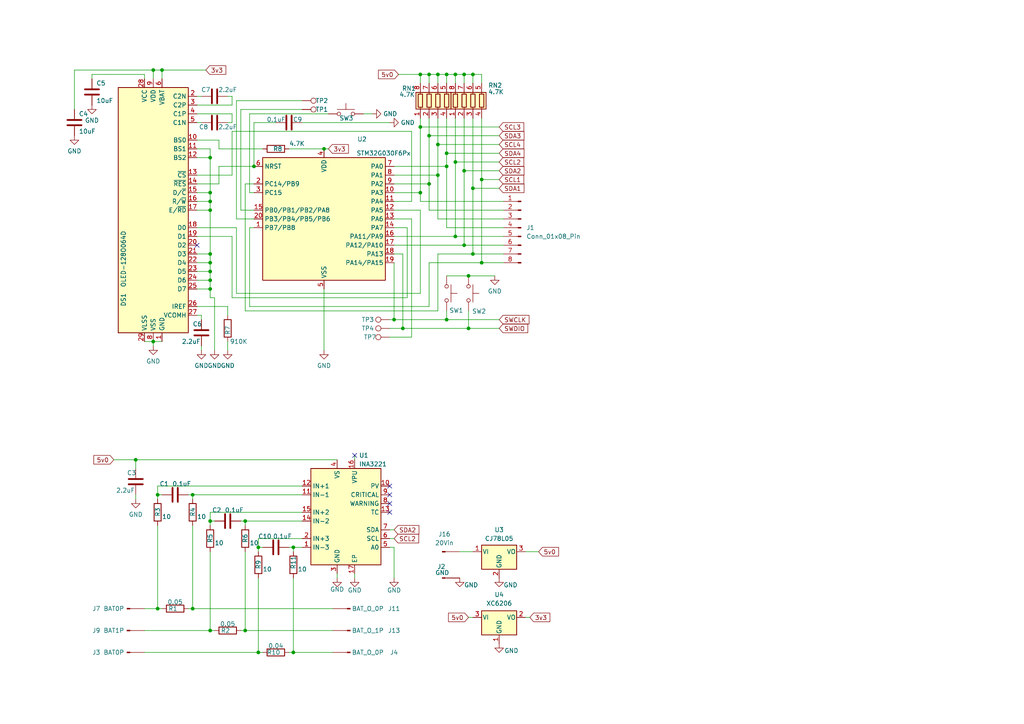
<source format=kicad_sch>
(kicad_sch (version 20240101) (generator "eeschema") (generator_version "8.99")
  (paper "A4")
  (title_block (title "INA3221-MCU") (comment 1 "extboard"))
  (lib_symbols
    (symbol "Conn_01x01_Pin_1" (pin_numbers hide) (pin_names (offset 1.016) hide)
      (property "Reference" "J" (at 0 2.54 0))
      (property "Value" "Conn_01x01_Pin" (at 0 -2.54 0))
      (symbol "Conn_01x01_Pin_1_1_1"
        (polyline (pts (xy 1.27 0) (xy 0.8636 0)) (stroke (width 0.1524)))
        (rectangle (start 0.8636 0.127) (end 0 -0.127) (stroke (width 0.1524)) (fill (type outline)))
        (pin passive line (at 5.08 0 180) (length 3.81) (name "Pin_1") (number "1"))
      )
    )
    (symbol "Conn_01x01_Pin_12" (pin_numbers hide) (pin_names (offset 1.016) hide)
      (property "Reference" "J" (at 0 2.54 0))
      (property "Value" "Conn_01x01_Pin" (at 0 -2.54 0))
      (symbol "Conn_01x01_Pin_12_1_1"
        (polyline (pts (xy 1.27 0) (xy 0.8636 0)) (stroke (width 0.1524)))
        (rectangle (start 0.8636 0.127) (end 0 -0.127) (stroke (width 0.1524)) (fill (type outline)))
        (pin passive line (at 5.08 0 180) (length 3.81) (name "Pin_1") (number "1"))
      )
    )
    (symbol "Conn_01x01_Pin_3" (pin_numbers hide) (pin_names (offset 1.016) hide)
      (property "Reference" "J" (at 0 2.54 0))
      (property "Value" "Conn_01x01_Pin" (at 0 -2.54 0))
      (symbol "Conn_01x01_Pin_3_1_1"
        (polyline (pts (xy 1.27 0) (xy 0.8636 0)) (stroke (width 0.1524)))
        (rectangle (start 0.8636 0.127) (end 0 -0.127) (stroke (width 0.1524)) (fill (type outline)))
        (pin passive line (at 5.08 0 180) (length 3.81) (name "Pin_1") (number "1"))
      )
    )
    (symbol "Conn_01x01_Pin_5" (pin_numbers hide) (pin_names (offset 1.016) hide)
      (property "Reference" "J" (at 0 2.54 0))
      (property "Value" "Conn_01x01_Pin" (at 0 -2.54 0))
      (symbol "Conn_01x01_Pin_5_1_1"
        (polyline (pts (xy 1.27 0) (xy 0.8636 0)) (stroke (width 0.1524)))
        (rectangle (start 0.8636 0.127) (end 0 -0.127) (stroke (width 0.1524)) (fill (type outline)))
        (pin passive line (at 5.08 0 180) (length 3.81) (name "Pin_1") (number "1"))
      )
    )
    (symbol "Conn_01x01_Pin_7" (pin_numbers hide) (pin_names (offset 1.016) hide)
      (property "Reference" "J" (at 0 2.54 0))
      (property "Value" "Conn_01x01_Pin" (at 0 -2.54 0))
      (symbol "Conn_01x01_Pin_7_1_1"
        (polyline (pts (xy 1.27 0) (xy 0.8636 0)) (stroke (width 0.1524)))
        (rectangle (start 0.8636 0.127) (end 0 -0.127) (stroke (width 0.1524)) (fill (type outline)))
        (pin passive line (at 5.08 0 180) (length 3.81) (name "Pin_1") (number "1"))
      )
    )
    (symbol "Connector:Conn_01x08_Pin" (pin_names (offset 1.016) hide)
      (property "Reference" "J" (at 0 10.16 0))
      (property "Value" "Conn_01x08_Pin" (at 0 -12.7 0))
      (symbol "Conn_01x08_Pin_1_1"
        (polyline (pts (xy 1.27 -10.16) (xy 0.8636 -10.16)) (stroke (width 0.1524)))
        (polyline (pts (xy 1.27 -7.62) (xy 0.8636 -7.62)) (stroke (width 0.1524)))
        (polyline (pts (xy 1.27 -5.08) (xy 0.8636 -5.08)) (stroke (width 0.1524)))
        (polyline (pts (xy 1.27 -2.54) (xy 0.8636 -2.54)) (stroke (width 0.1524)))
        (polyline (pts (xy 1.27 0) (xy 0.8636 0)) (stroke (width 0.1524)))
        (polyline (pts (xy 1.27 2.54) (xy 0.8636 2.54)) (stroke (width 0.1524)))
        (polyline (pts (xy 1.27 5.08) (xy 0.8636 5.08)) (stroke (width 0.1524)))
        (polyline (pts (xy 1.27 7.62) (xy 0.8636 7.62)) (stroke (width 0.1524)))
        (rectangle (start 0.8636 -10.033) (end 0 -10.287) (stroke (width 0.1524)) (fill (type outline)))
        (rectangle (start 0.8636 -7.493) (end 0 -7.747) (stroke (width 0.1524)) (fill (type outline)))
        (rectangle (start 0.8636 -4.953) (end 0 -5.207) (stroke (width 0.1524)) (fill (type outline)))
        (rectangle (start 0.8636 -2.413) (end 0 -2.667) (stroke (width 0.1524)) (fill (type outline)))
        (rectangle (start 0.8636 0.127) (end 0 -0.127) (stroke (width 0.1524)) (fill (type outline)))
        (rectangle (start 0.8636 2.667) (end 0 2.413) (stroke (width 0.1524)) (fill (type outline)))
        (rectangle (start 0.8636 5.207) (end 0 4.953) (stroke (width 0.1524)) (fill (type outline)))
        (rectangle (start 0.8636 7.747) (end 0 7.493) (stroke (width 0.1524)) (fill (type outline)))
        (pin passive line (at 5.08 7.62 180) (length 3.81) (name "Pin_1") (number "1"))
        (pin passive line (at 5.08 5.08 180) (length 3.81) (name "Pin_2") (number "2"))
        (pin passive line (at 5.08 2.54 180) (length 3.81) (name "Pin_3") (number "3"))
        (pin passive line (at 5.08 0 180) (length 3.81) (name "Pin_4") (number "4"))
        (pin passive line (at 5.08 -2.54 180) (length 3.81) (name "Pin_5") (number "5"))
        (pin passive line (at 5.08 -5.08 180) (length 3.81) (name "Pin_6") (number "6"))
        (pin passive line (at 5.08 -7.62 180) (length 3.81) (name "Pin_7") (number "7"))
        (pin passive line (at 5.08 -10.16 180) (length 3.81) (name "Pin_8") (number "8"))
      )
    )
    (symbol "Connector:TestPoint" (pin_numbers hide) (pin_names (offset 0.762) hide)
      (property "Reference" "TP" (at 0 6.858 0))
      (property "Value" "TestPoint" (at 0 5.08 0))
      (symbol "TestPoint_0_1"
        (circle (center 0 3.302) (radius 0.762))
      )
      (symbol "TestPoint_1_1"
        (pin passive line (at 0 0 90) (length 2.54) (name "1") (number "1"))
      )
    )
    (symbol "Device:C" (pin_numbers hide) (pin_names (offset 0.254))
      (property "Reference" "C" (at 0.635 2.54 0))
      (property "Value" "C" (at 0.635 -2.54 0))
      (symbol "C_0_1"
        (polyline (pts (xy -2.032 -0.762) (xy 2.032 -0.762)) (stroke (width 0.508)))
        (polyline (pts (xy -2.032 0.762) (xy 2.032 0.762)) (stroke (width 0.508)))
      )
      (symbol "C_1_1"
        (pin passive line (at 0 3.81 270) (length 2.794) (name "~") (number "1"))
        (pin passive line (at 0 -3.81 90) (length 2.794) (name "~") (number "2"))
      )
    )
    (symbol "Device:R" (pin_numbers hide) (pin_names (offset 0))
      (property "Reference" "R" (at 2.032 0 90))
      (property "Value" "R" (at 0 0 90))
      (symbol "R_0_1"
        (rectangle (start -1.016 -2.54) (end 1.016 2.54) (stroke (width 0.254)))
      )
      (symbol "R_1_1"
        (pin passive line (at 0 3.81 270) (length 1.27) (name "~") (number "1"))
        (pin passive line (at 0 -3.81 90) (length 1.27) (name "~") (number "2"))
      )
    )
    (symbol "Device:R_Pack04" (pin_names (offset 0) hide)
      (property "Reference" "RN" (at -7.62 0 90))
      (property "Value" "R_Pack04" (at 5.08 0 90))
      (symbol "R_Pack04_0_1"
        (rectangle (start -6.35 -2.413) (end 3.81 2.413) (stroke (width 0.254)) (fill (type background)))
        (rectangle (start -5.715 1.905) (end -4.445 -1.905) (stroke (width 0.254)))
        (rectangle (start -3.175 1.905) (end -1.905 -1.905) (stroke (width 0.254)))
        (rectangle (start -0.635 1.905) (end 0.635 -1.905) (stroke (width 0.254)))
        (polyline (pts (xy -5.08 -2.54) (xy -5.08 -1.905)))
        (polyline (pts (xy -5.08 1.905) (xy -5.08 2.54)))
        (polyline (pts (xy -2.54 -2.54) (xy -2.54 -1.905)))
        (polyline (pts (xy -2.54 1.905) (xy -2.54 2.54)))
        (polyline (pts (xy 0 -2.54) (xy 0 -1.905)))
        (polyline (pts (xy 0 1.905) (xy 0 2.54)))
        (polyline (pts (xy 2.54 -2.54) (xy 2.54 -1.905)))
        (polyline (pts (xy 2.54 1.905) (xy 2.54 2.54)))
        (rectangle (start 1.905 1.905) (end 3.175 -1.905) (stroke (width 0.254)))
      )
      (symbol "R_Pack04_1_1"
        (pin passive line (at -5.08 -5.08 90) (length 2.54) (name "R1.1") (number "1"))
        (pin passive line (at -2.54 -5.08 90) (length 2.54) (name "R2.1") (number "2"))
        (pin passive line (at 0 -5.08 90) (length 2.54) (name "R3.1") (number "3"))
        (pin passive line (at 2.54 -5.08 90) (length 2.54) (name "R4.1") (number "4"))
        (pin passive line (at 2.54 5.08 270) (length 2.54) (name "R4.2") (number "5"))
        (pin passive line (at 0 5.08 270) (length 2.54) (name "R3.2") (number "6"))
        (pin passive line (at -2.54 5.08 270) (length 2.54) (name "R2.2") (number "7"))
        (pin passive line (at -5.08 5.08 270) (length 2.54) (name "R1.2") (number "8"))
      )
    )
    (symbol "Display_Graphic:OLED-128O064D"
      (property "Reference" "DS" (at -10.16 38.1 0))
      (property "Value" "OLED-128O064D" (at 12.7 38.1 0))
      (symbol "OLED-128O064D_0_1"
        (rectangle (start -10.16 35.56) (end 10.16 -35.56) (stroke (width 0.254)) (fill (type background)))
      )
      (symbol "OLED-128O064D_1_1"
        (pin power_in line (at -2.54 -38.1 90) (length 2.54) (name "GND") (number "1"))
        (pin input line (at -12.7 20.32 0) (length 2.54) (name "BS0") (number "10"))
        (pin input line (at -12.7 17.78 0) (length 2.54) (name "BS1") (number "11"))
        (pin input line (at -12.7 15.24 0) (length 2.54) (name "BS2") (number "12"))
        (pin input line (at -12.7 10.16 0) (length 2.54) (name "~{CS}") (number "13"))
        (pin input line (at -12.7 7.62 0) (length 2.54) (name "~{RES}") (number "14"))
        (pin input line (at -12.7 5.08 0) (length 2.54) (name "D/~{C}") (number "15"))
        (pin input line (at -12.7 2.54 0) (length 2.54) (name "R/~{W}") (number "16"))
        (pin input line (at -12.7 0 0) (length 2.54) (name "E/~{RD}") (number "17"))
        (pin bidirectional line (at -12.7 -5.08 0) (length 2.54) (name "D0") (number "18"))
        (pin bidirectional line (at -12.7 -7.62 0) (length 2.54) (name "D1") (number "19"))
        (pin passive line (at -12.7 33.02 0) (length 2.54) (name "C2N") (number "2"))
        (pin bidirectional line (at -12.7 -10.16 0) (length 2.54) (name "D2") (number "20"))
        (pin bidirectional line (at -12.7 -12.7 0) (length 2.54) (name "D3") (number "21"))
        (pin bidirectional line (at -12.7 -15.24 0) (length 2.54) (name "D4") (number "22"))
        (pin bidirectional line (at -12.7 -17.78 0) (length 2.54) (name "D5") (number "23"))
        (pin bidirectional line (at -12.7 -20.32 0) (length 2.54) (name "D6") (number "24"))
        (pin bidirectional line (at -12.7 -22.86 0) (length 2.54) (name "D7") (number "25"))
        (pin passive line (at -12.7 -27.94 0) (length 2.54) (name "IREF") (number "26"))
        (pin passive line (at -12.7 -30.48 0) (length 2.54) (name "VCOMH") (number "27"))
        (pin power_in line (at 2.54 38.1 270) (length 2.54) (name "VCC") (number "28"))
        (pin power_in line (at 2.54 -38.1 90) (length 2.54) (name "VLSS") (number "29"))
        (pin passive line (at -12.7 30.48 0) (length 2.54) (name "C2P") (number "3"))
        (pin passive line (at -2.54 -38.1 90) (length 2.54) hide (name "GND") (number "30"))
        (pin passive line (at -12.7 27.94 0) (length 2.54) (name "C1P") (number "4"))
        (pin passive line (at -12.7 25.4 0) (length 2.54) (name "C1N") (number "5"))
        (pin power_in line (at -2.54 38.1 270) (length 2.54) (name "VBAT") (number "6"))
        (pin no_connect line (at 10.16 0 180) (length 2.54) hide (name "NC") (number "7"))
        (pin power_in line (at 0 -38.1 90) (length 2.54) (name "VSS") (number "8"))
        (pin power_in line (at 0 38.1 270) (length 2.54) (name "VDD") (number "9"))
      )
    )
    (symbol "MCU_ST_STM32G0:STM32G030F6Px"
      (property "Reference" "U" (at -17.78 19.05 0))
      (property "Value" "STM32G030F6Px" (at 2.54 19.05 0))
      (symbol "STM32G030F6Px_0_1"
        (rectangle (start -17.78 -17.78) (end 17.78 17.78) (stroke (width 0.254)) (fill (type background)))
      )
      (symbol "STM32G030F6Px_1_1"
        (pin bidirectional line (at -20.32 -2.54 0) (length 2.54) (name "PB7/PB8") (number "1"))
        (pin bidirectional line (at 20.32 7.62 180) (length 2.54) (name "PA3") (number "10"))
        (pin bidirectional line (at 20.32 5.08 180) (length 2.54) (name "PA4") (number "11"))
        (pin bidirectional line (at 20.32 2.54 180) (length 2.54) (name "PA5") (number "12"))
        (pin bidirectional line (at 20.32 0 180) (length 2.54) (name "PA6") (number "13"))
        (pin bidirectional line (at 20.32 -2.54 180) (length 2.54) (name "PA7") (number "14"))
        (pin bidirectional line (at -20.32 2.54 0) (length 2.54) (name "PB0/PB1/PB2/PA8") (number "15"))
        (pin bidirectional line (at 20.32 -5.08 180) (length 2.54) (name "PA11/PA9") (number "16"))
        (pin bidirectional line (at 20.32 -7.62 180) (length 2.54) (name "PA12/PA10") (number "17"))
        (pin bidirectional line (at 20.32 -10.16 180) (length 2.54) (name "PA13") (number "18"))
        (pin bidirectional line (at 20.32 -12.7 180) (length 2.54) (name "PA14/PA15") (number "19"))
        (pin bidirectional line (at -20.32 10.16 0) (length 2.54) (name "PC14/PB9") (number "2"))
        (pin bidirectional line (at -20.32 0 0) (length 2.54) (name "PB3/PB4/PB5/PB6") (number "20"))
        (pin bidirectional line (at -20.32 7.62 0) (length 2.54) (name "PC15") (number "3"))
        (pin power_in line (at 0 20.32 270) (length 2.54) (name "VDD") (number "4"))
        (pin power_in line (at 0 -20.32 90) (length 2.54) (name "VSS") (number "5"))
        (pin input line (at -20.32 15.24 0) (length 2.54) (name "NRST") (number "6"))
        (pin bidirectional line (at 20.32 15.24 180) (length 2.54) (name "PA0") (number "7"))
        (pin bidirectional line (at 20.32 12.7 180) (length 2.54) (name "PA1") (number "8"))
        (pin bidirectional line (at 20.32 10.16 180) (length 2.54) (name "PA2") (number "9"))
      )
    )
    (symbol "Power_Management:INA3221"
      (property "Reference" "U" (at -10.16 17.78 0))
      (property "Value" "INA3221" (at 5.08 17.78 0))
      (symbol "INA3221_0_1"
        (rectangle (start 10.16 -12.7) (end -10.16 15.24) (stroke (width 0.254)) (fill (type background)))
      )
      (symbol "INA3221_1_1"
        (pin input line (at -12.7 -7.62 0) (length 2.54) (name "IN-3") (number "1"))
        (pin open_collector line (at 12.7 10.16 180) (length 2.54) (name "PV") (number "10"))
        (pin input line (at -12.7 7.62 0) (length 2.54) (name "IN-1") (number "11"))
        (pin input line (at -12.7 10.16 0) (length 2.54) (name "IN+1") (number "12"))
        (pin open_collector line (at 12.7 2.54 180) (length 2.54) (name "TC") (number "13"))
        (pin input line (at -12.7 0 0) (length 2.54) (name "IN-2") (number "14"))
        (pin input line (at -12.7 2.54 0) (length 2.54) (name "IN+2") (number "15"))
        (pin power_in line (at 2.54 17.78 270) (length 2.54) (name "VPU") (number "16"))
        (pin passive line (at 2.54 -15.24 90) (length 2.54) (name "EP") (number "17"))
        (pin input line (at -12.7 -5.08 0) (length 2.54) (name "IN+3") (number "2"))
        (pin power_in line (at -2.54 -15.24 90) (length 2.54) (name "GND") (number "3"))
        (pin power_in line (at -2.54 17.78 270) (length 2.54) (name "VS") (number "4"))
        (pin input line (at 12.7 -7.62 180) (length 2.54) (name "A0") (number "5"))
        (pin input line (at 12.7 -5.08 180) (length 2.54) (name "SCL") (number "6"))
        (pin bidirectional line (at 12.7 -2.54 180) (length 2.54) (name "SDA") (number "7"))
        (pin open_collector line (at 12.7 5.08 180) (length 2.54) (name "WARNING") (number "8"))
        (pin open_collector line (at 12.7 7.62 180) (length 2.54) (name "CRITICAL") (number "9"))
      )
    )
    (symbol "Regulator_Linear:AZ1117-3.3" (pin_names (offset 0.254))
      (property "Reference" "U" (at -3.81 3.175 0))
      (property "Value" "AZ1117-3.3" (at 0 3.175 0))
      (symbol "AZ1117-3.3_0_1"
        (rectangle (start -5.08 1.905) (end 5.08 -5.08) (stroke (width 0.254)) (fill (type background)))
      )
      (symbol "AZ1117-3.3_1_1"
        (pin power_in line (at 0 -7.62 90) (length 2.54) (name "GND") (number "1"))
        (pin power_out line (at 7.62 0 180) (length 2.54) (name "VO") (number "2"))
        (pin power_in line (at -7.62 0 0) (length 2.54) (name "VI") (number "3"))
      )
    )
    (symbol "Regulator_Linear:KA78M05_TO252" (pin_names (offset 0.254))
      (property "Reference" "U" (at -3.81 3.175 0))
      (property "Value" "KA78M05_TO252" (at 0 3.175 0))
      (symbol "KA78M05_TO252_0_1"
        (rectangle (start -5.08 1.905) (end 5.08 -5.08) (stroke (width 0.254)) (fill (type background)))
      )
      (symbol "KA78M05_TO252_1_1"
        (pin power_in line (at -7.62 0 0) (length 2.54) (name "VI") (number "1"))
        (pin power_in line (at 0 -7.62 90) (length 2.54) (name "GND") (number "2"))
        (pin power_out line (at 7.62 0 180) (length 2.54) (name "VO") (number "3"))
      )
    )
    (symbol "Switch:SW_Push" (pin_numbers hide) (pin_names (offset 1.016) hide)
      (property "Reference" "SW" (at 1.27 2.54 0))
      (property "Value" "SW_Push" (at 0 -1.524 0))
      (symbol "SW_Push_0_1"
        (circle (center -2.032 0) (radius 0.508))
        (polyline (pts (xy 0 1.27) (xy 0 3.048)))
        (polyline (pts (xy 2.54 1.27) (xy -2.54 1.27)))
        (circle (center 2.032 0) (radius 0.508))
        (pin passive line (at -5.08 0 0) (length 2.54) (name "1") (number "1"))
        (pin passive line (at 5.08 0 180) (length 2.54) (name "2") (number "2"))
      )
    )
    (symbol "power:GND" (power) (pin_names (offset 0))
      (property "Value" "GND" (at 0 -3.81 0))
      (symbol "GND_0_1"
        (polyline (pts (xy 0 0) (xy 0 -1.27) (xy 1.27 -1.27) (xy 0 -2.54) (xy -1.27 -1.27) (xy 0 -1.27)))
      )
      (symbol "GND_1_1"
        (pin power_in line (at 0 0 270) (length 0) hide (name "GND") (number "1"))
      )
    )
  )
  (junction (at 55.88 176.53))
  (junction (at 60.96 55.88))
  (junction (at 44.45 20.32))
  (junction (at 134.62 49.53))
  (junction (at 132.08 46.99))
  (junction (at 134.62 21.59))
  (junction (at 129.54 21.59))
  (junction (at 114.3 92.71))
  (junction (at 45.72 176.53))
  (junction (at 124.46 53.34))
  (junction (at 137.16 73.66))
  (junction (at 121.92 55.88))
  (junction (at 134.62 71.12))
  (junction (at 132.08 21.59))
  (junction (at 85.09 189.23))
  (junction (at 137.16 21.59))
  (junction (at 60.96 73.66))
  (junction (at 60.96 60.96))
  (junction (at 127 41.91))
  (junction (at 129.54 92.71))
  (junction (at 139.7 52.07))
  (junction (at 39.37 133.35))
  (junction (at 135.89 95.25))
  (junction (at 129.54 48.26))
  (junction (at 124.46 39.37))
  (junction (at 74.93 189.23))
  (junction (at 124.46 21.59))
  (junction (at 60.96 182.88))
  (junction (at 93.98 43.18))
  (junction (at 60.96 76.2))
  (junction (at 121.92 21.59))
  (junction (at 60.96 58.42))
  (junction (at 55.88 143.51))
  (junction (at 137.16 54.61))
  (junction (at 85.09 158.75))
  (junction (at 127 50.8))
  (junction (at 139.7 76.2))
  (junction (at 60.96 151.13))
  (junction (at 60.96 81.28))
  (junction (at 121.92 36.83))
  (junction (at 46.99 20.32))
  (junction (at 44.45 99.06))
  (junction (at 73.66 48.26))
  (junction (at 71.12 182.88))
  (junction (at 132.08 68.58))
  (junction (at 129.54 44.45))
  (junction (at 45.72 143.51))
  (junction (at 135.89 80.01))
  (junction (at 127 21.59))
  (junction (at 71.12 151.13))
  (junction (at 60.96 78.74))
  (junction (at 60.96 83.82))
  (junction (at 116.84 95.25))
  (junction (at 74.93 158.75))
  (junction (at 60.96 45.72))
  (no_connect (at 113.03 140.97))
  (no_connect (at 57.15 71.12))
  (no_connect (at 102.87 132.08))
  (no_connect (at 113.03 148.59))
  (no_connect (at 113.03 143.51))
  (no_connect (at 113.03 146.05))
  (wire (pts (xy 139.7 52.07) (xy 144.78 52.07)))
  (wire (pts (xy 60.96 81.28) (xy 60.96 83.82)))
  (wire (pts (xy 127 90.17) (xy 71.12 90.17)))
  (wire (pts (xy 116.84 95.25) (xy 135.89 95.25)))
  (wire (pts (xy 139.7 52.07) (xy 139.7 76.2)))
  (wire (pts (xy 60.96 151.13) (xy 60.96 148.59)))
  (wire (pts (xy 121.92 21.59) (xy 124.46 21.59)))
  (wire (pts (xy 71.12 53.34) (xy 73.66 53.34)))
  (wire (pts (xy 132.08 21.59) (xy 132.08 24.13)))
  (wire (pts (xy 127 41.91) (xy 144.78 41.91)))
  (wire (pts (xy 133.35 160.02) (xy 137.16 160.02)))
  (wire (pts (xy 69.85 182.88) (xy 71.12 182.88)))
  (wire (pts (xy 26.67 21.59) (xy 41.91 21.59)))
  (wire (pts (xy 134.62 34.29) (xy 134.62 49.53)))
  (wire (pts (xy 41.91 176.53) (xy 45.72 176.53)))
  (wire (pts (xy 71.12 182.88) (xy 96.52 182.88)))
  (wire (pts (xy 129.54 44.45) (xy 144.78 44.45)))
  (wire (pts (xy 39.37 143.51) (xy 39.37 144.78)))
  (wire (pts (xy 127 50.8) (xy 127 41.91)))
  (wire (pts (xy 41.91 189.23) (xy 74.93 189.23)))
  (wire (pts (xy 60.96 151.13) (xy 62.23 151.13)))
  (wire (pts (xy 71.12 151.13) (xy 87.63 151.13)))
  (wire (pts (xy 105.41 33.02) (xy 107.95 33.02)))
  (wire (pts (xy 134.62 49.53) (xy 134.62 71.12)))
  (wire (pts (xy 129.54 34.29) (xy 129.54 44.45)))
  (wire (pts (xy 119.38 63.5) (xy 114.3 63.5)))
  (wire (pts (xy 54.61 143.51) (xy 55.88 143.51)))
  (wire (pts (xy 57.15 27.94) (xy 58.42 27.94)))
  (wire (pts (xy 33.02 133.35) (xy 39.37 133.35)))
  (wire (pts (xy 135.89 90.17) (xy 135.89 95.25)))
  (wire (pts (xy 127 21.59) (xy 127 24.13)))
  (wire (pts (xy 60.96 78.74) (xy 60.96 81.28)))
  (wire (pts (xy 63.5 43.18) (xy 63.5 40.64)))
  (wire (pts (xy 87.63 29.21) (xy 68.58 29.21)))
  (wire (pts (xy 144.78 54.61) (xy 137.16 54.61)))
  (wire (pts (xy 85.09 160.02) (xy 85.09 158.75)))
  (wire (pts (xy 45.72 176.53) (xy 46.99 176.53)))
  (wire (pts (xy 129.54 21.59) (xy 132.08 21.59)))
  (wire (pts (xy 124.46 76.2) (xy 139.7 76.2)))
  (wire (pts (xy 76.2 43.18) (xy 63.5 43.18)))
  (wire (pts (xy 60.96 73.66) (xy 60.96 76.2)))
  (wire (pts (xy 146.05 60.96) (xy 124.46 60.96)))
  (wire (pts (xy 55.88 176.53) (xy 96.52 176.53)))
  (wire (pts (xy 124.46 34.29) (xy 124.46 39.37)))
  (wire (pts (xy 73.66 66.04) (xy 72.39 66.04)))
  (wire (pts (xy 45.72 140.97) (xy 45.72 143.51)))
  (wire (pts (xy 60.96 55.88) (xy 60.96 58.42)))
  (wire (pts (xy 46.99 22.86) (xy 46.99 20.32)))
  (wire (pts (xy 152.4 160.02) (xy 156.21 160.02)))
  (wire (pts (xy 57.15 50.8) (xy 67.31 50.8)))
  (wire (pts (xy 55.88 143.51) (xy 87.63 143.51)))
  (wire (pts (xy 124.46 21.59) (xy 124.46 24.13)))
  (wire (pts (xy 41.91 99.06) (xy 44.45 99.06)))
  (wire (pts (xy 57.15 81.28) (xy 60.96 81.28)))
  (wire (pts (xy 137.16 21.59) (xy 139.7 21.59)))
  (wire (pts (xy 68.58 85.09) (xy 68.58 66.04)))
  (wire (pts (xy 67.31 86.36) (xy 118.11 86.36)))
  (wire (pts (xy 85.09 189.23) (xy 96.52 189.23)))
  (wire (pts (xy 60.96 86.36) (xy 62.23 86.36)))
  (wire (pts (xy 121.92 34.29) (xy 121.92 36.83)))
  (wire (pts (xy 26.67 22.86) (xy 26.67 21.59)))
  (wire (pts (xy 72.39 33.02) (xy 95.25 33.02)))
  (wire (pts (xy 121.92 55.88) (xy 114.3 55.88)))
  (wire (pts (xy 137.16 34.29) (xy 137.16 54.61)))
  (wire (pts (xy 119.38 97.79) (xy 119.38 63.5)))
  (wire (pts (xy 95.25 43.18) (xy 93.98 43.18)))
  (wire (pts (xy 72.39 55.88) (xy 72.39 33.02)))
  (wire (pts (xy 129.54 21.59) (xy 129.54 24.13)))
  (wire (pts (xy 66.04 99.06) (xy 66.04 101.6)))
  (wire (pts (xy 72.39 66.04) (xy 72.39 88.9)))
  (wire (pts (xy 146.05 58.42) (xy 121.92 58.42)))
  (wire (pts (xy 72.39 88.9) (xy 124.46 88.9)))
  (wire (pts (xy 71.12 160.02) (xy 71.12 182.88)))
  (wire (pts (xy 143.51 80.01) (xy 135.89 80.01)))
  (wire (pts (xy 134.62 49.53) (xy 144.78 49.53)))
  (wire (pts (xy 114.3 53.34) (xy 124.46 53.34)))
  (wire (pts (xy 87.63 140.97) (xy 45.72 140.97)))
  (wire (pts (xy 66.04 88.9) (xy 66.04 91.44)))
  (wire (pts (xy 60.96 45.72) (xy 60.96 55.88)))
  (wire (pts (xy 67.31 33.02) (xy 67.31 35.56)))
  (wire (pts (xy 68.58 29.21) (xy 68.58 63.5)))
  (wire (pts (xy 60.96 182.88) (xy 62.23 182.88)))
  (wire (pts (xy 114.3 68.58) (xy 132.08 68.58)))
  (wire (pts (xy 46.99 99.06) (xy 44.45 99.06)))
  (wire (pts (xy 139.7 21.59) (xy 139.7 24.13)))
  (wire (pts (xy 114.3 71.12) (xy 134.62 71.12)))
  (wire (pts (xy 73.66 35.56) (xy 80.01 35.56)))
  (wire (pts (xy 87.63 35.56) (xy 113.03 35.56)))
  (wire (pts (xy 139.7 34.29) (xy 139.7 52.07)))
  (wire (pts (xy 73.66 35.56) (xy 73.66 48.26)))
  (wire (pts (xy 114.3 73.66) (xy 116.84 73.66)))
  (wire (pts (xy 68.58 85.09) (xy 121.92 85.09)))
  (wire (pts (xy 127 63.5) (xy 127 50.8)))
  (wire (pts (xy 71.12 90.17) (xy 71.12 53.34)))
  (wire (pts (xy 63.5 53.34) (xy 63.5 48.26)))
  (wire (pts (xy 67.31 50.8) (xy 67.31 38.1)))
  (wire (pts (xy 67.31 35.56) (xy 66.04 35.56)))
  (wire (pts (xy 60.96 58.42) (xy 60.96 60.96)))
  (wire (pts (xy 132.08 46.99) (xy 144.78 46.99)))
  (wire (pts (xy 124.46 39.37) (xy 144.78 39.37)))
  (wire (pts (xy 57.15 60.96) (xy 60.96 60.96)))
  (wire (pts (xy 45.72 152.4) (xy 45.72 176.53)))
  (wire (pts (xy 118.11 66.04) (xy 118.11 86.36)))
  (wire (pts (xy 60.96 76.2) (xy 60.96 78.74)))
  (wire (pts (xy 93.98 83.82) (xy 93.98 101.6)))
  (wire (pts (xy 57.15 83.82) (xy 60.96 83.82)))
  (wire (pts (xy 45.72 143.51) (xy 46.99 143.51)))
  (wire (pts (xy 114.3 50.8) (xy 127 50.8)))
  (wire (pts (xy 114.3 76.2) (xy 114.3 92.71)))
  (wire (pts (xy 60.96 148.59) (xy 87.63 148.59)))
  (wire (pts (xy 46.99 20.32) (xy 59.69 20.32)))
  (wire (pts (xy 113.03 153.67) (xy 114.3 153.67)))
  (wire (pts (xy 146.05 66.04) (xy 129.54 66.04)))
  (wire (pts (xy 124.46 60.96) (xy 124.46 53.34)))
  (wire (pts (xy 62.23 86.36) (xy 62.23 101.6)))
  (wire (pts (xy 69.85 151.13) (xy 71.12 151.13)))
  (wire (pts (xy 60.96 160.02) (xy 60.96 182.88)))
  (wire (pts (xy 114.3 158.75) (xy 113.03 158.75)))
  (wire (pts (xy 129.54 90.17) (xy 129.54 92.71)))
  (wire (pts (xy 57.15 73.66) (xy 60.96 73.66)))
  (wire (pts (xy 132.08 46.99) (xy 132.08 68.58)))
  (wire (pts (xy 129.54 48.26) (xy 129.54 44.45)))
  (wire (pts (xy 114.3 60.96) (xy 121.92 60.96)))
  (wire (pts (xy 66.04 27.94) (xy 67.31 27.94)))
  (wire (pts (xy 121.92 60.96) (xy 121.92 85.09)))
  (wire (pts (xy 114.3 92.71) (xy 129.54 92.71)))
  (wire (pts (xy 114.3 66.04) (xy 118.11 66.04)))
  (wire (pts (xy 129.54 92.71) (xy 144.78 92.71)))
  (wire (pts (xy 57.15 55.88) (xy 60.96 55.88)))
  (wire (pts (xy 152.4 179.07) (xy 153.67 179.07)))
  (wire (pts (xy 41.91 21.59) (xy 41.91 22.86)))
  (wire (pts (xy 55.88 144.78) (xy 55.88 143.51)))
  (wire (pts (xy 135.89 95.25) (xy 144.78 95.25)))
  (wire (pts (xy 54.61 176.53) (xy 55.88 176.53)))
  (wire (pts (xy 60.96 152.4) (xy 60.96 151.13)))
  (wire (pts (xy 135.89 179.07) (xy 137.16 179.07)))
  (wire (pts (xy 129.54 80.01) (xy 135.89 80.01)))
  (wire (pts (xy 74.93 167.64) (xy 74.93 189.23)))
  (wire (pts (xy 102.87 132.08) (xy 102.87 133.35)))
  (wire (pts (xy 44.45 99.06) (xy 44.45 100.33)))
  (wire (pts (xy 57.15 43.18) (xy 60.96 43.18)))
  (wire (pts (xy 139.7 76.2) (xy 146.05 76.2)))
  (wire (pts (xy 58.42 91.44) (xy 58.42 92.71)))
  (wire (pts (xy 57.15 66.04) (xy 68.58 66.04)))
  (wire (pts (xy 67.31 30.48) (xy 67.31 27.94)))
  (wire (pts (xy 124.46 88.9) (xy 124.46 76.2)))
  (wire (pts (xy 21.59 20.32) (xy 21.59 31.75)))
  (wire (pts (xy 113.03 92.71) (xy 114.3 92.71)))
  (wire (pts (xy 57.15 33.02) (xy 67.31 33.02)))
  (wire (pts (xy 113.03 156.21) (xy 114.3 156.21)))
  (wire (pts (xy 115.57 21.59) (xy 121.92 21.59)))
  (wire (pts (xy 57.15 88.9) (xy 66.04 88.9)))
  (wire (pts (xy 67.31 86.36) (xy 67.31 68.58)))
  (wire (pts (xy 127 73.66) (xy 127 90.17)))
  (wire (pts (xy 127 21.59) (xy 129.54 21.59)))
  (wire (pts (xy 57.15 35.56) (xy 58.42 35.56)))
  (wire (pts (xy 58.42 100.33) (xy 58.42 101.6)))
  (wire (pts (xy 121.92 21.59) (xy 121.92 24.13)))
  (wire (pts (xy 134.62 21.59) (xy 134.62 24.13)))
  (wire (pts (xy 134.62 71.12) (xy 146.05 71.12)))
  (wire (pts (xy 45.72 143.51) (xy 45.72 144.78)))
  (wire (pts (xy 44.45 20.32) (xy 21.59 20.32)))
  (wire (pts (xy 97.79 167.64) (xy 97.79 166.37)))
  (wire (pts (xy 85.09 158.75) (xy 87.63 158.75)))
  (wire (pts (xy 63.5 48.26) (xy 73.66 48.26)))
  (wire (pts (xy 74.93 158.75) (xy 76.2 158.75)))
  (wire (pts (xy 46.99 20.32) (xy 44.45 20.32)))
  (wire (pts (xy 39.37 133.35) (xy 39.37 135.89)))
  (wire (pts (xy 134.62 21.59) (xy 137.16 21.59)))
  (wire (pts (xy 73.66 55.88) (xy 72.39 55.88)))
  (wire (pts (xy 132.08 68.58) (xy 146.05 68.58)))
  (wire (pts (xy 71.12 152.4) (xy 71.12 151.13)))
  (wire (pts (xy 137.16 73.66) (xy 146.05 73.66)))
  (wire (pts (xy 129.54 66.04) (xy 129.54 48.26)))
  (wire (pts (xy 132.08 21.59) (xy 134.62 21.59)))
  (wire (pts (xy 57.15 45.72) (xy 60.96 45.72)))
  (wire (pts (xy 57.15 91.44) (xy 58.42 91.44)))
  (wire (pts (xy 146.05 63.5) (xy 127 63.5)))
  (wire (pts (xy 57.15 58.42) (xy 60.96 58.42)))
  (wire (pts (xy 74.93 189.23) (xy 76.2 189.23)))
  (wire (pts (xy 57.15 30.48) (xy 67.31 30.48)))
  (wire (pts (xy 67.31 68.58) (xy 57.15 68.58)))
  (wire (pts (xy 69.85 31.75) (xy 87.63 31.75)))
  (wire (pts (xy 137.16 54.61) (xy 137.16 73.66)))
  (wire (pts (xy 121.92 36.83) (xy 121.92 55.88)))
  (wire (pts (xy 113.03 97.79) (xy 119.38 97.79)))
  (wire (pts (xy 121.92 58.42) (xy 121.92 55.88)))
  (wire (pts (xy 114.3 48.26) (xy 129.54 48.26)))
  (wire (pts (xy 119.38 38.1) (xy 119.38 58.42)))
  (wire (pts (xy 113.03 95.25) (xy 116.84 95.25)))
  (wire (pts (xy 57.15 78.74) (xy 60.96 78.74)))
  (wire (pts (xy 121.92 36.83) (xy 144.78 36.83)))
  (wire (pts (xy 57.15 40.64) (xy 63.5 40.64)))
  (wire (pts (xy 41.91 182.88) (xy 60.96 182.88)))
  (wire (pts (xy 132.08 34.29) (xy 132.08 46.99)))
  (wire (pts (xy 102.87 166.37) (xy 102.87 167.64)))
  (wire (pts (xy 83.82 43.18) (xy 93.98 43.18)))
  (wire (pts (xy 137.16 21.59) (xy 137.16 24.13)))
  (wire (pts (xy 124.46 21.59) (xy 127 21.59)))
  (wire (pts (xy 83.82 189.23) (xy 85.09 189.23)))
  (wire (pts (xy 60.96 43.18) (xy 60.96 45.72)))
  (wire (pts (xy 114.3 158.75) (xy 114.3 167.64)))
  (wire (pts (xy 60.96 76.2) (xy 57.15 76.2)))
  (wire (pts (xy 85.09 167.64) (xy 85.09 189.23)))
  (wire (pts (xy 60.96 60.96) (xy 60.96 73.66)))
  (wire (pts (xy 60.96 83.82) (xy 60.96 86.36)))
  (wire (pts (xy 69.85 60.96) (xy 73.66 60.96)))
  (wire (pts (xy 69.85 31.75) (xy 69.85 60.96)))
  (wire (pts (xy 127 34.29) (xy 127 41.91)))
  (wire (pts (xy 39.37 133.35) (xy 97.79 133.35)))
  (wire (pts (xy 74.93 160.02) (xy 74.93 158.75)))
  (wire (pts (xy 68.58 63.5) (xy 73.66 63.5)))
  (wire (pts (xy 114.3 58.42) (xy 119.38 58.42)))
  (wire (pts (xy 44.45 20.32) (xy 44.45 22.86)))
  (wire (pts (xy 74.93 158.75) (xy 74.93 156.21)))
  (wire (pts (xy 116.84 73.66) (xy 116.84 95.25)))
  (wire (pts (xy 127 73.66) (xy 137.16 73.66)))
  (wire (pts (xy 124.46 53.34) (xy 124.46 39.37)))
  (wire (pts (xy 67.31 38.1) (xy 119.38 38.1)))
  (wire (pts (xy 57.15 53.34) (xy 63.5 53.34)))
  (wire (pts (xy 74.93 156.21) (xy 87.63 156.21)))
  (wire (pts (xy 83.82 158.75) (xy 85.09 158.75)))
  (wire (pts (xy 55.88 152.4) (xy 55.88 176.53)))
  (global_label "SDA3" (shape input) (at 144.78 39.37 0) (property "Intersheetrefs" "${INTERSHEET_REFS}" (effects (hide yes))))
  (global_label "SCL1" (shape input) (at 144.78 52.07 0) (property "Intersheetrefs" "${INTERSHEET_REFS}" (effects (hide yes))))
  (global_label "3v3" (shape input) (at 95.25 43.18 0) (property "Intersheetrefs" "${INTERSHEET_REFS}" (effects (hide yes))))
  (global_label "SWDIO" (shape input) (at 144.78 95.25 0) (property "Intersheetrefs" "${INTERSHEET_REFS}" (effects (hide yes))))
  (global_label "5v0" (shape input) (at 33.02 133.35 180) (property "Intersheetrefs" "${INTERSHEET_REFS}" (effects (hide yes))))
  (global_label "5v0" (shape input) (at 135.89 179.07 180) (property "Intersheetrefs" "${INTERSHEET_REFS}" (effects (hide yes))))
  (global_label "SCL4" (shape input) (at 144.78 41.91 0) (property "Intersheetrefs" "${INTERSHEET_REFS}" (effects (hide yes))))
  (global_label "SCL2" (shape input) (at 144.78 46.99 0) (property "Intersheetrefs" "${INTERSHEET_REFS}" (effects (hide yes))))
  (global_label "SCL3" (shape input) (at 144.78 36.83 0) (property "Intersheetrefs" "${INTERSHEET_REFS}" (effects (hide yes))))
  (global_label "5v0" (shape input) (at 156.21 160.02 0) (property "Intersheetrefs" "${INTERSHEET_REFS}" (effects (hide yes))))
  (global_label "SDA1" (shape input) (at 144.78 54.61 0) (property "Intersheetrefs" "${INTERSHEET_REFS}" (effects (hide yes))))
  (global_label "SCL2" (shape input) (at 114.3 156.21 0) (property "Intersheetrefs" "${INTERSHEET_REFS}" (effects (hide yes))))
  (global_label "3v3" (shape input) (at 59.69 20.32 0) (property "Intersheetrefs" "${INTERSHEET_REFS}" (effects (hide yes))))
  (global_label "SDA2" (shape input) (at 144.78 49.53 0) (property "Intersheetrefs" "${INTERSHEET_REFS}" (effects (hide yes))))
  (global_label "SDA2" (shape input) (at 114.3 153.67 0) (property "Intersheetrefs" "${INTERSHEET_REFS}" (effects (hide yes))))
  (global_label "SWCLK" (shape input) (at 144.78 92.71 0) (property "Intersheetrefs" "${INTERSHEET_REFS}" (effects (hide yes))))
  (global_label "3v3" (shape input) (at 153.67 179.07 0) (property "Intersheetrefs" "${INTERSHEET_REFS}" (effects (hide yes))))
  (global_label "5v0" (shape input) (at 115.57 21.59 180) (property "Intersheetrefs" "${INTERSHEET_REFS}" (effects (hide yes))))
  (global_label "SDA4" (shape input) (at 144.78 44.45 0) (property "Intersheetrefs" "${INTERSHEET_REFS}" (effects (hide yes))))
  (symbol (lib_id "power:GND") (at 62.23 101.6 0) (unit 1)
    (property "Reference" "#PWR014" (effects (hide yes)))
    (property "Value" "GND" (at 62.23 106.045 0))
  )
  (symbol (lib_id "Device:R") (at 66.04 182.88 90) (unit 1)
    (property "Reference" "R2" (at 65.405 182.88 90))
    (property "Value" "0.05" (at 66.04 180.975 90))
    (property "Footprint" "Resistor_SMD:R_1206_3216Metric_Pad1.30x1.75mm_HandSolder" (effects (hide yes)))
    (property "Description" "Resistor" (effects (hide yes)))
  )
  (symbol (lib_name "Conn_01x01_Pin_5") (lib_id "Connector:Conn_01x01_Pin") (at 36.83 182.88 0) (unit 1)
    (property "Reference" "J9" (at 27.94 182.88 0))
    (property "Value" "BAT1P" (at 33.02 182.88 0))
    (property "Footprint" "Connector_Wire:SolderWire-0.127sqmm_1x01_D0.48mm_OD1mm" (effects (hide yes)))
    (property "Description" "Generic connector, single row, 01x01, script generated" (effects (hide yes)))
  )
  (symbol (lib_id "Regulator_Linear:AZ1117-3.3") (at 144.78 179.07 0) (unit 1)
    (property "Reference" "U4" (at 144.78 172.466 0))
    (property "Value" "XC6206" (at 144.78 175.006 0))
    (property "Footprint" "Package_TO_SOT_SMD:SOT-23" (effects (hide yes)))
    (property "Description" "1A 20V Fixed LDO Linear Regulator, 3.3V, SOT-89/SOT-223/TO-220/TO-252/TO-263" (effects (hide yes)))
  )
  (symbol (lib_id "Device:C") (at 58.42 96.52 0) (unit 1)
    (property "Reference" "C6" (at 55.88 93.98 0) (effects (justify left)))
    (property "Value" "2.2uF" (at 52.705 99.06 0) (effects (justify left)))
    (property "Footprint" "Capacitor_SMD:C_0603_1608Metric_Pad1.08x0.95mm_HandSolder" (effects (hide yes)))
    (property "Description" "Unpolarized capacitor" (effects (hide yes)))
  )
  (symbol (lib_name "Conn_01x01_Pin_3") (lib_id "Connector:Conn_01x01_Pin") (at 36.83 176.53 0) (unit 1)
    (property "Reference" "J7" (at 27.94 176.53 0))
    (property "Value" "BAT0P" (at 33.02 176.53 0))
    (property "Footprint" "Connector_Wire:SolderWire-0.127sqmm_1x01_D0.48mm_OD1mm" (effects (hide yes)))
    (property "Description" "Generic connector, single row, 01x01, script generated" (effects (hide yes)))
  )
  (symbol (lib_id "Connector:TestPoint") (at 113.03 92.71 90) (unit 1)
    (property "Reference" "TP3" (at 106.68 92.71 90))
    (property "Value" "SWCLK" (effects (hide yes)))
    (property "Footprint" "TestPoint:TestPoint_Pad_2.0x2.0mm" (effects (hide yes)))
    (property "Description" "test point" (effects (hide yes)))
  )
  (symbol (lib_id "power:GND") (at 113.03 35.56 90) (unit 1)
    (property "Reference" "#PWR012" (effects (hide yes)))
    (property "Value" "GND" (at 116.205 35.56 90) (effects (justify right)))
  )
  (symbol (lib_id "Device:C") (at 62.23 27.94 90) (unit 1)
    (property "Reference" "C7" (at 59.69 26.035 90))
    (property "Value" "2.2uF" (at 66.04 26.035 90))
    (property "Footprint" "Capacitor_SMD:C_0603_1608Metric_Pad1.08x0.95mm_HandSolder" (effects (hide yes)))
    (property "Description" "Unpolarized capacitor" (effects (hide yes)))
  )
  (symbol (lib_id "power:GND") (at 107.95 33.02 90) (unit 1)
    (property "Reference" "#PWR013" (effects (hide yes)))
    (property "Value" "GND" (at 111.125 33.02 90) (effects (justify right)))
  )
  (symbol (lib_name "Conn_01x01_Pin_1") (lib_id "Connector:Conn_01x01_Pin") (at 101.6 189.23 180) (unit 1)
    (property "Reference" "J4" (at 114.3 189.23 0))
    (property "Value" "BAT_O_0P" (at 106.68 189.23 0))
    (property "Footprint" "Connector_Wire:SolderWire-0.127sqmm_1x01_D0.48mm_OD1mm" (effects (hide yes)))
    (property "Description" "Generic connector, single row, 01x01, script generated" (effects (hide yes)))
  )
  (symbol (lib_id "Connector:TestPoint") (at 87.63 31.75 270) (mirror x) (unit 1)
    (property "Reference" "TP1" (at 93.345 31.75 90))
    (property "Value" "TestPoint" (effects (hide yes)))
    (property "Footprint" "TestPoint:TestPoint_Pad_1.0x1.0mm" (effects (hide yes)))
    (property "Description" "test point" (effects (hide yes)))
  )
  (symbol (lib_id "Device:R") (at 74.93 163.83 0) (unit 1)
    (property "Reference" "R9" (at 74.93 165.1 90) (effects (justify left)))
    (property "Value" "10" (at 76.2 165.1 0) (effects (justify left)))
    (property "Footprint" "Resistor_SMD:R_0603_1608Metric_Pad0.98x0.95mm_HandSolder" (effects (hide yes)))
    (property "Description" "Resistor" (effects (hide yes)))
  )
  (symbol (lib_id "power:GND") (at 143.51 80.01 0) (unit 1)
    (property "Reference" "#PWR08" (effects (hide yes)))
    (property "Value" "GND" (at 143.51 84.455 0))
  )
  (symbol (lib_id "power:GND") (at 133.35 167.64 0) (unit 1)
    (property "Reference" "#PWR016" (effects (hide yes)))
    (property "Value" "GND" (at 136.652 169.672 0))
  )
  (symbol (lib_id "Device:C") (at 62.23 35.56 90) (unit 1)
    (property "Reference" "C8" (at 59.055 36.83 90))
    (property "Value" "2.2uF" (at 66.04 36.83 90))
    (property "Footprint" "Capacitor_SMD:C_0603_1608Metric_Pad1.08x0.95mm_HandSolder" (effects (hide yes)))
    (property "Description" "Unpolarized capacitor" (effects (hide yes)))
  )
  (symbol (lib_id "Device:R") (at 80.01 189.23 90) (unit 1)
    (property "Reference" "R10" (at 79.375 189.23 90))
    (property "Value" "0.04" (at 80.01 187.325 90))
    (property "Footprint" "Resistor_SMD:R_1206_3216Metric_Pad1.30x1.75mm_HandSolder" (effects (hide yes)))
    (property "Description" "Resistor" (effects (hide yes)))
  )
  (symbol (lib_id "Regulator_Linear:KA78M05_TO252") (at 144.78 160.02 0) (unit 1)
    (property "Reference" "U3" (at 144.78 153.67 0))
    (property "Value" "CJ78L05" (at 144.78 156.21 0))
    (property "Footprint" "Package_TO_SOT_SMD:SOT-89-3" (effects (hide yes)))
    (property "Description" "Positive 500mA 35V Linear Regulator, Fixed Output 5V, TO-252 (D-PAK)" (effects (hide yes)))
  )
  (symbol (lib_id "power:GND") (at 26.67 30.48 0) (unit 1)
    (property "Reference" "#PWR04" (effects (hide yes)))
    (property "Value" "GND" (at 26.67 34.925 0))
  )
  (symbol (lib_id "Device:C") (at 50.8 143.51 90) (unit 1)
    (property "Reference" "C1" (at 47.625 140.335 90))
    (property "Value" "0.1uF" (at 52.705 140.335 90))
    (property "Footprint" "Capacitor_SMD:C_0603_1608Metric_Pad1.08x0.95mm_HandSolder" (effects (hide yes)))
    (property "Description" "Unpolarized capacitor" (effects (hide yes)))
  )
  (symbol (lib_id "Device:C") (at 26.67 26.67 0) (unit 1)
    (property "Reference" "C5" (at 27.94 24.13 0) (effects (justify left)))
    (property "Value" "10uF" (at 27.94 29.21 0) (effects (justify left)))
    (property "Footprint" "Capacitor_SMD:C_0603_1608Metric_Pad1.08x0.95mm_HandSolder" (effects (hide yes)))
    (property "Description" "Unpolarized capacitor" (effects (hide yes)))
  )
  (symbol (lib_id "power:GND") (at 39.37 144.78 0) (unit 1)
    (property "Reference" "#PWR018" (effects (hide yes)))
    (property "Value" "GND" (at 39.37 149.225 0))
  )
  (symbol (lib_name "Conn_01x01_Pin_1") (lib_id "Connector:Conn_01x01_Pin") (at 101.6 176.53 180) (unit 1)
    (property "Reference" "J11" (at 114.3 176.53 0))
    (property "Value" "BAT_O_0P" (at 106.68 176.53 0))
    (property "Footprint" "Connector_Wire:SolderWire-0.127sqmm_1x01_D0.48mm_OD1mm" (effects (hide yes)))
    (property "Description" "Generic connector, single row, 01x01, script generated" (effects (hide yes)))
  )
  (symbol (lib_name "Conn_01x01_Pin_7") (lib_id "Connector:Conn_01x01_Pin") (at 101.6 182.88 180) (unit 1)
    (property "Reference" "J13" (at 114.3 182.88 0))
    (property "Value" "BAT_O_1P" (at 106.68 182.88 0))
    (property "Footprint" "Connector_Wire:SolderWire-0.127sqmm_1x01_D0.48mm_OD1mm" (effects (hide yes)))
    (property "Description" "Generic connector, single row, 01x01, script generated" (effects (hide yes)))
  )
  (symbol (lib_id "Switch:SW_Push") (at 135.89 85.09 270) (unit 1)
    (property "Reference" "SW2" (at 136.906 90.297 90) (effects (justify left)))
    (property "Value" "SW_Push" (effects (hide yes)))
    (property "Footprint" "Button_Switch_SMD:SW_SPST_TL3305A" (effects (hide yes)))
    (property "Description" "Push button switch, generic, two pins" (effects (hide yes)))
  )
  (symbol (lib_id "Device:R") (at 80.01 43.18 90) (unit 1)
    (property "Reference" "R8" (at 81.915 43.18 90) (effects (justify left)))
    (property "Value" "4.7K" (at 88.392 41.656 90) (effects (justify left)))
    (property "Footprint" "Resistor_SMD:R_0603_1608Metric_Pad0.98x0.95mm_HandSolder" (effects (hide yes)))
  )
  (symbol (lib_id "Switch:SW_Push") (at 100.33 33.02 0) (unit 1)
    (property "Reference" "SW3" (at 98.425 34.29 0) (effects (justify left)))
    (property "Value" "SW_Push" (effects (hide yes)))
    (property "Footprint" "Button_Switch_SMD:SW_SPST_TL3305A" (effects (hide yes)))
    (property "Description" "Push button switch, generic, two pins" (effects (hide yes)))
  )
  (symbol (lib_id "Device:C") (at 39.37 139.7 0) (unit 1)
    (property "Reference" "C3" (at 36.83 137.16 0) (effects (justify left)))
    (property "Value" "2.2uF" (at 33.655 142.24 0) (effects (justify left)))
    (property "Footprint" "Capacitor_SMD:C_0603_1608Metric_Pad1.08x0.95mm_HandSolder" (effects (hide yes)))
    (property "Description" "Unpolarized capacitor" (effects (hide yes)))
  )
  (symbol (lib_name "Conn_01x01_Pin_3") (lib_id "Connector:Conn_01x01_Pin") (at 36.83 189.23 0) (unit 1)
    (property "Reference" "J3" (at 27.94 189.23 0))
    (property "Value" "BAT0P" (at 33.02 189.23 0))
    (property "Footprint" "Connector_Wire:SolderWire-0.127sqmm_1x01_D0.48mm_OD1mm" (effects (hide yes)))
    (property "Description" "Generic connector, single row, 01x01, script generated" (effects (hide yes)))
  )
  (symbol (lib_id "Switch:SW_Push") (at 129.54 85.09 270) (unit 1)
    (property "Reference" "SW1" (at 130.302 90.043 90) (effects (justify left)))
    (property "Value" "SW_Push" (effects (hide yes)))
    (property "Footprint" "Button_Switch_SMD:SW_SPST_TL3305A" (effects (hide yes)))
    (property "Description" "Push button switch, generic, two pins" (effects (hide yes)))
  )
  (symbol (lib_id "Device:C") (at 21.59 35.56 0) (unit 1)
    (property "Reference" "C4" (at 22.86 33.02 0) (effects (justify left)))
    (property "Value" "10uF" (at 22.86 38.1 0) (effects (justify left)))
    (property "Footprint" "Capacitor_SMD:C_0603_1608Metric_Pad1.08x0.95mm_HandSolder" (effects (hide yes)))
    (property "Description" "Unpolarized capacitor" (effects (hide yes)))
  )
  (symbol (lib_id "power:GND") (at 93.98 101.6 0) (unit 1)
    (property "Reference" "#PWR011" (effects (hide yes)))
    (property "Value" "GND" (at 93.98 106.045 0))
  )
  (symbol (lib_id "power:GND") (at 114.3 167.64 0) (unit 1)
    (property "Reference" "#PWR03" (effects (hide yes)))
    (property "Value" "GND" (at 114.3 171.196 0))
  )
  (symbol (lib_id "Device:R_Pack04") (at 127 29.21 0) (unit 1)
    (property "Reference" "RN1" (at 116.586 25.654 0) (effects (justify left)))
    (property "Value" "4.7K" (at 115.824 27.432 0) (effects (justify left)))
    (property "Footprint" "Resistor_SMD:R_Array_Concave_4x0603" (effects (hide yes)))
    (property "Description" "4 resistor network, parallel topology" (effects (hide yes)))
  )
  (symbol (lib_id "Connector:TestPoint") (at 113.03 97.79 90) (mirror x) (unit 1)
    (property "Reference" "TP7" (at 107.315 97.79 90))
    (property "Footprint" "TestPoint:TestPoint_Pad_1.0x1.0mm" (effects (hide yes)))
    (property "Description" "test point" (effects (hide yes)))
  )
  (symbol (lib_id "power:GND") (at 144.78 186.69 0) (unit 1)
    (property "Reference" "#PWR015" (effects (hide yes)))
    (property "Value" "GND" (at 148.336 188.722 0))
  )
  (symbol (lib_id "Power_Management:INA3221") (at 100.33 151.13 0) (unit 1)
    (property "Reference" "U1" (at 104.14 132.08 0) (effects (justify left)))
    (property "Value" "INA3221" (at 104.14 134.62 0) (effects (justify left)))
    (property "Footprint" "Package_DFN_QFN:QFN-16-1EP_4x4mm_P0.65mm_EP2.1x2.1mm" (effects (hide yes)))
    (property "Description" "Triple-Channel High-Side Shunt and Bus Voltage Monitor with I2C and SMBUS Compatible Interface, QFN-16" (effects (hide yes)))
  )
  (symbol (lib_id "power:GND") (at 97.79 167.64 0) (unit 1)
    (property "Reference" "#PWR02" (effects (hide yes)))
    (property "Value" "GND" (at 97.79 170.942 0))
  )
  (symbol (lib_id "Device:R") (at 60.96 156.21 0) (unit 1)
    (property "Reference" "R5" (at 60.96 157.48 90) (effects (justify left)))
    (property "Value" "10" (at 62.23 157.48 0) (effects (justify left)))
    (property "Footprint" "Resistor_SMD:R_0603_1608Metric_Pad0.98x0.95mm_HandSolder" (effects (hide yes)))
    (property "Description" "Resistor" (effects (hide yes)))
  )
  (symbol (lib_id "power:GND") (at 102.87 167.64 0) (unit 1)
    (property "Reference" "#PWR07" (effects (hide yes)))
    (property "Value" "GND" (at 102.87 171.196 0))
  )
  (symbol (lib_id "power:GND") (at 21.59 39.37 0) (unit 1)
    (property "Reference" "#PWR01" (effects (hide yes)))
    (property "Value" "GND" (at 21.59 43.815 0))
  )
  (symbol (lib_id "Connector:Conn_01x08_Pin") (at 151.13 66.04 0) (mirror y) (unit 1)
    (property "Reference" "J1" (at 152.654 66.04 0) (effects (justify right)))
    (property "Value" "Conn_01x08_Pin" (at 152.654 68.58 0) (effects (justify right)))
    (property "Footprint" "Connector_PinHeader_1.00mm:PinHeader_1x08_P1.00mm_Vertical" (effects (hide yes)))
    (property "Description" "Generic connector, single row, 01x08, script generated" (effects (hide yes)))
  )
  (symbol (lib_id "Device:C") (at 83.82 35.56 270) (unit 1)
    (property "Reference" "C9" (at 84.963 34.671 90) (effects (justify left)))
    (property "Value" "0.1uF" (at 77.343 34.671 90) (effects (justify left)))
    (property "Footprint" "Capacitor_SMD:C_0603_1608Metric_Pad1.08x0.95mm_HandSolder" (effects (hide yes)))
    (property "Description" "Unpolarized capacitor" (effects (hide yes)))
  )
  (symbol (lib_id "power:GND") (at 144.78 167.64 0) (unit 1)
    (property "Reference" "#PWR06" (effects (hide yes)))
    (property "Value" "GND" (at 148.082 169.672 0))
  )
  (symbol (lib_id "Device:R_Pack04") (at 137.16 29.21 0) (unit 1)
    (property "Reference" "RN2" (at 141.605 24.765 0) (effects (justify left)))
    (property "Value" "4.7K" (at 141.605 26.67 0) (effects (justify left)))
    (property "Footprint" "Resistor_SMD:R_Array_Concave_4x0603" (effects (hide yes)))
    (property "Description" "4 resistor network, parallel topology" (effects (hide yes)))
  )
  (symbol (lib_id "Device:C") (at 66.04 151.13 90) (unit 1)
    (property "Reference" "C2" (at 62.865 147.955 90))
    (property "Value" "0.1uF" (at 67.945 147.955 90))
    (property "Footprint" "Capacitor_SMD:C_0603_1608Metric_Pad1.08x0.95mm_HandSolder" (effects (hide yes)))
    (property "Description" "Unpolarized capacitor" (effects (hide yes)))
  )
  (symbol (lib_id "power:GND") (at 44.45 100.33 0) (unit 1)
    (property "Reference" "#PWR010" (effects (hide yes)))
    (property "Value" "GND" (at 44.45 104.775 0))
  )
  (symbol (lib_id "power:GND") (at 58.42 101.6 0) (unit 1)
    (property "Reference" "#PWR05" (effects (hide yes)))
    (property "Value" "GND" (at 58.42 106.045 0))
  )
  (symbol (lib_id "Device:R") (at 50.8 176.53 90) (unit 1)
    (property "Reference" "R1" (at 50.165 176.53 90))
    (property "Value" "0.05" (at 50.8 174.625 90))
    (property "Footprint" "Resistor_SMD:R_1206_3216Metric_Pad1.30x1.75mm_HandSolder" (effects (hide yes)))
    (property "Description" "Resistor" (effects (hide yes)))
  )
  (symbol (lib_id "power:GND") (at 66.04 101.6 0) (unit 1)
    (property "Reference" "#PWR09" (effects (hide yes)))
    (property "Value" "GND" (at 66.04 106.045 0))
  )
  (symbol (lib_id "Display_Graphic:OLED-128O064D") (at 44.45 60.96 0) (mirror y) (unit 1)
    (property "Reference" "DS1" (at 35.814 88.9 90) (effects (justify left)))
    (property "Value" "OLED-128O064D" (at 35.814 83.312 90) (effects (justify left)))
    (property "Footprint" "Display:OLED-128O064D" (effects (hide yes)))
    (property "Description" "OLED display 128x64" (effects (hide yes)))
  )
  (symbol (lib_name "Conn_01x01_Pin_12") (lib_id "Connector:Conn_01x01_Pin") (at 128.27 167.64 0) (unit 1)
    (property "Reference" "J2" (at 128.016 164.338 0))
    (property "Value" "GND" (at 128.27 166.116 0))
    (property "Footprint" "Connector_Wire:SolderWire-0.127sqmm_1x01_D0.48mm_OD1mm" (effects (hide yes)))
    (property "Description" "Generic connector, single row, 01x01, script generated" (effects (hide yes)))
  )
  (symbol (lib_id "Device:R") (at 71.12 156.21 0) (unit 1)
    (property "Reference" "R6" (at 71.12 157.48 90) (effects (justify left)))
    (property "Value" "10" (at 72.39 157.48 0) (effects (justify left)))
    (property "Footprint" "Resistor_SMD:R_0603_1608Metric_Pad0.98x0.95mm_HandSolder" (effects (hide yes)))
    (property "Description" "Resistor" (effects (hide yes)))
  )
  (symbol (lib_id "Device:R") (at 55.88 148.59 0) (unit 1)
    (property "Reference" "R4" (at 55.88 149.86 90) (effects (justify left)))
    (property "Value" "10" (at 57.15 149.86 0) (effects (justify left)))
    (property "Footprint" "Resistor_SMD:R_0603_1608Metric_Pad0.98x0.95mm_HandSolder" (effects (hide yes)))
    (property "Description" "Resistor" (effects (hide yes)))
  )
  (symbol (lib_id "Connector:TestPoint") (at 87.63 29.21 270) (mirror x) (unit 1)
    (property "Reference" "TP2" (at 93.345 29.21 90))
    (property "Value" "TestPoint" (effects (hide yes)))
    (property "Footprint" "TestPoint:TestPoint_Pad_1.0x1.0mm" (effects (hide yes)))
    (property "Description" "test point" (effects (hide yes)))
  )
  (symbol (lib_id "MCU_ST_STM32G0:STM32G030F6Px") (at 93.98 63.5 0) (unit 1)
    (property "Reference" "U2" (at 103.632 40.386 0) (effects (justify left)))
    (property "Value" "STM32G030F6Px" (at 103.378 44.45 0) (effects (justify left)))
    (property "Footprint" "Package_SO:TSSOP-20_4.4x6.5mm_P0.65mm" (effects (hide yes)))
    (property "Description" "STMicroelectronics Arm Cortex-M0+ MCU, 32KB flash, 8KB RAM, 64 MHz, 2.0-3.6V, 17 GPIO, TSSOP20" (effects (hide yes)))
  )
  (symbol (lib_id "Device:R") (at 45.72 148.59 0) (unit 1)
    (property "Reference" "R3" (at 45.72 149.86 90) (effects (justify left)))
    (property "Value" "10" (at 46.99 149.86 0) (effects (justify left)))
    (property "Footprint" "Resistor_SMD:R_0603_1608Metric_Pad0.98x0.95mm_HandSolder" (effects (hide yes)))
    (property "Description" "Resistor" (effects (hide yes)))
  )
  (symbol (lib_id "Device:R") (at 66.04 95.25 0) (unit 1)
    (property "Reference" "R7" (at 66.04 97.155 90) (effects (justify left)))
    (property "Value" "910K" (at 66.675 99.06 0) (effects (justify left)))
    (property "Footprint" "Resistor_SMD:R_0603_1608Metric_Pad0.98x0.95mm_HandSolder" (effects (hide yes)))
    (property "Description" "Resistor" (effects (hide yes)))
  )
  (symbol (lib_id "Connector:TestPoint") (at 113.03 95.25 90) (unit 1)
    (property "Reference" "TP4" (at 106.68 95.25 90))
    (property "Value" "SWDIO" (effects (hide yes)))
    (property "Footprint" "TestPoint:TestPoint_Pad_2.0x2.0mm" (effects (hide yes)))
    (property "Description" "test point" (effects (hide yes)))
  )
  (symbol (lib_id "Device:R") (at 85.09 163.83 0) (unit 1)
    (property "Reference" "R11" (at 85.09 165.1 90) (effects (justify left)))
    (property "Value" "10" (at 86.36 165.1 0) (effects (justify left)))
    (property "Footprint" "Resistor_SMD:R_0603_1608Metric_Pad0.98x0.95mm_HandSolder" (effects (hide yes)))
    (property "Description" "Resistor" (effects (hide yes)))
  )
  (symbol (lib_id "Device:C") (at 80.01 158.75 90) (unit 1)
    (property "Reference" "C10" (at 76.835 155.575 90))
    (property "Value" "0.1uF" (at 81.915 155.575 90))
    (property "Footprint" "Capacitor_SMD:C_0603_1608Metric_Pad1.08x0.95mm_HandSolder" (effects (hide yes)))
    (property "Description" "Unpolarized capacitor" (effects (hide yes)))
  )
  (symbol (lib_name "Conn_01x01_Pin_12") (lib_id "Connector:Conn_01x01_Pin") (at 128.27 160.02 0) (unit 1)
    (property "Reference" "J16" (at 128.905 154.94 0))
    (property "Value" "20Vin" (at 128.905 157.48 0))
    (property "Footprint" "Connector_Wire:SolderWire-0.127sqmm_1x01_D0.48mm_OD1mm" (effects (hide yes)))
    (property "Description" "Generic connector, single row, 01x01, script generated" (effects (hide yes)))
  )
)
</source>
